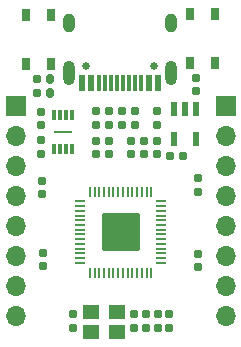
<source format=gbr>
%TF.GenerationSoftware,KiCad,Pcbnew,7.0.6-0*%
%TF.CreationDate,2023-07-21T12:15:06+07:00*%
%TF.ProjectId,RP2040Reference,52503230-3430-4526-9566-6572656e6365,rev?*%
%TF.SameCoordinates,Original*%
%TF.FileFunction,Soldermask,Top*%
%TF.FilePolarity,Negative*%
%FSLAX46Y46*%
G04 Gerber Fmt 4.6, Leading zero omitted, Abs format (unit mm)*
G04 Created by KiCad (PCBNEW 7.0.6-0) date 2023-07-21 12:15:06*
%MOMM*%
%LPD*%
G01*
G04 APERTURE LIST*
G04 Aperture macros list*
%AMRoundRect*
0 Rectangle with rounded corners*
0 $1 Rounding radius*
0 $2 $3 $4 $5 $6 $7 $8 $9 X,Y pos of 4 corners*
0 Add a 4 corners polygon primitive as box body*
4,1,4,$2,$3,$4,$5,$6,$7,$8,$9,$2,$3,0*
0 Add four circle primitives for the rounded corners*
1,1,$1+$1,$2,$3*
1,1,$1+$1,$4,$5*
1,1,$1+$1,$6,$7*
1,1,$1+$1,$8,$9*
0 Add four rect primitives between the rounded corners*
20,1,$1+$1,$2,$3,$4,$5,0*
20,1,$1+$1,$4,$5,$6,$7,0*
20,1,$1+$1,$6,$7,$8,$9,0*
20,1,$1+$1,$8,$9,$2,$3,0*%
G04 Aperture macros list end*
%ADD10R,1.700000X1.700000*%
%ADD11O,1.700000X1.700000*%
%ADD12RoundRect,0.155000X0.155000X-0.212500X0.155000X0.212500X-0.155000X0.212500X-0.155000X-0.212500X0*%
%ADD13RoundRect,0.155000X-0.155000X0.212500X-0.155000X-0.212500X0.155000X-0.212500X0.155000X0.212500X0*%
%ADD14RoundRect,0.160000X-0.160000X0.197500X-0.160000X-0.197500X0.160000X-0.197500X0.160000X0.197500X0*%
%ADD15C,0.650000*%
%ADD16R,0.600000X1.450000*%
%ADD17R,0.300000X1.450000*%
%ADD18O,1.000000X2.100000*%
%ADD19O,1.000000X1.600000*%
%ADD20RoundRect,0.155000X0.212500X0.155000X-0.212500X0.155000X-0.212500X-0.155000X0.212500X-0.155000X0*%
%ADD21RoundRect,0.050000X-0.387500X-0.050000X0.387500X-0.050000X0.387500X0.050000X-0.387500X0.050000X0*%
%ADD22RoundRect,0.050000X-0.050000X-0.387500X0.050000X-0.387500X0.050000X0.387500X-0.050000X0.387500X0*%
%ADD23RoundRect,0.144000X-1.456000X-1.456000X1.456000X-1.456000X1.456000X1.456000X-1.456000X1.456000X0*%
%ADD24R,0.650000X1.050000*%
%ADD25R,1.400000X1.200000*%
%ADD26R,0.300000X0.900000*%
%ADD27R,1.650000X0.250000*%
%ADD28R,0.600000X1.200000*%
%ADD29RoundRect,0.160000X0.160000X-0.197500X0.160000X0.197500X-0.160000X0.197500X-0.160000X-0.197500X0*%
%ADD30RoundRect,0.160000X-0.160000X0.222500X-0.160000X-0.222500X0.160000X-0.222500X0.160000X0.222500X0*%
G04 APERTURE END LIST*
D10*
%TO.C,J4*%
X109930000Y-63327500D03*
D11*
X109930000Y-65867500D03*
X109930000Y-68407500D03*
X109930000Y-70947500D03*
X109930000Y-73487500D03*
X109930000Y-76027500D03*
X109930000Y-78567500D03*
X109930000Y-81107500D03*
%TD*%
D12*
%TO.C,C13*%
X103000000Y-67435000D03*
X103000000Y-66300000D03*
%TD*%
D13*
%TO.C,C14*%
X94500000Y-75800000D03*
X94500000Y-76935000D03*
%TD*%
D14*
%TO.C,R4*%
X103210000Y-80970000D03*
X103210000Y-82165000D03*
%TD*%
%TO.C,R7*%
X101200000Y-63770000D03*
X101200000Y-64965000D03*
%TD*%
D12*
%TO.C,C11*%
X100100000Y-67435000D03*
X100100000Y-66300000D03*
%TD*%
D10*
%TO.C,J1*%
X92170000Y-63327500D03*
D11*
X92170000Y-65867500D03*
X92170000Y-68407500D03*
X92170000Y-70947500D03*
X92170000Y-73487500D03*
X92170000Y-76027500D03*
X92170000Y-78567500D03*
X92170000Y-81107500D03*
%TD*%
D12*
%TO.C,C10*%
X104100000Y-67435000D03*
X104100000Y-66300000D03*
%TD*%
D15*
%TO.C,J2*%
X103890000Y-60007500D03*
X98110000Y-60007500D03*
D16*
X104250000Y-61452500D03*
X103450000Y-61452500D03*
D17*
X102250000Y-61452500D03*
X101250000Y-61452500D03*
X100750000Y-61452500D03*
X99750000Y-61452500D03*
D16*
X98550000Y-61452500D03*
X97750000Y-61452500D03*
X97750000Y-61452500D03*
X98550000Y-61452500D03*
D17*
X99250000Y-61452500D03*
X100250000Y-61452500D03*
X101750000Y-61452500D03*
X102750000Y-61452500D03*
D16*
X103450000Y-61452500D03*
X104250000Y-61452500D03*
D18*
X105320000Y-60537500D03*
D19*
X105320000Y-56357500D03*
D18*
X96680000Y-60537500D03*
D19*
X96680000Y-56357500D03*
%TD*%
D20*
%TO.C,C5*%
X106367500Y-67567500D03*
X105232500Y-67567500D03*
%TD*%
D12*
%TO.C,C6*%
X99000000Y-67435000D03*
X99000000Y-66300000D03*
%TD*%
%TO.C,C12*%
X107600000Y-70635000D03*
X107600000Y-69500000D03*
%TD*%
D13*
%TO.C,C17*%
X94289750Y-63850000D03*
X94289750Y-64985000D03*
%TD*%
%TO.C,C9*%
X107600000Y-75900000D03*
X107600000Y-77035000D03*
%TD*%
D12*
%TO.C,C1*%
X96980000Y-82135000D03*
X96980000Y-81000000D03*
%TD*%
%TO.C,C15*%
X94350000Y-70835000D03*
X94350000Y-69700000D03*
%TD*%
D13*
%TO.C,C7*%
X105180000Y-81000000D03*
X105180000Y-82135000D03*
%TD*%
D21*
%TO.C,U3*%
X97602250Y-71442500D03*
X97602250Y-71842500D03*
X97602250Y-72242500D03*
X97602250Y-72642500D03*
X97602250Y-73042500D03*
X97602250Y-73442500D03*
X97602250Y-73842500D03*
X97602250Y-74242500D03*
X97602250Y-74642500D03*
X97602250Y-75042500D03*
X97602250Y-75442500D03*
X97602250Y-75842500D03*
X97602250Y-76242500D03*
X97602250Y-76642500D03*
D22*
X98439750Y-77480000D03*
X98839750Y-77480000D03*
X99239750Y-77480000D03*
X99639750Y-77480000D03*
X100039750Y-77480000D03*
X100439750Y-77480000D03*
X100839750Y-77480000D03*
X101239750Y-77480000D03*
X101639750Y-77480000D03*
X102039750Y-77480000D03*
X102439750Y-77480000D03*
X102839750Y-77480000D03*
X103239750Y-77480000D03*
X103639750Y-77480000D03*
D21*
X104477250Y-76642500D03*
X104477250Y-76242500D03*
X104477250Y-75842500D03*
X104477250Y-75442500D03*
X104477250Y-75042500D03*
X104477250Y-74642500D03*
X104477250Y-74242500D03*
X104477250Y-73842500D03*
X104477250Y-73442500D03*
X104477250Y-73042500D03*
X104477250Y-72642500D03*
X104477250Y-72242500D03*
X104477250Y-71842500D03*
X104477250Y-71442500D03*
D22*
X103639750Y-70605000D03*
X103239750Y-70605000D03*
X102839750Y-70605000D03*
X102439750Y-70605000D03*
X102039750Y-70605000D03*
X101639750Y-70605000D03*
X101239750Y-70605000D03*
X100839750Y-70605000D03*
X100439750Y-70605000D03*
X100039750Y-70605000D03*
X99639750Y-70605000D03*
X99239750Y-70605000D03*
X98839750Y-70605000D03*
X98439750Y-70605000D03*
D23*
X101039750Y-74042500D03*
%TD*%
D24*
%TO.C,SW2*%
X93000000Y-59817500D03*
X93000000Y-55667500D03*
X95150000Y-59817500D03*
X95150000Y-55667500D03*
%TD*%
D13*
%TO.C,C3*%
X102220000Y-81000000D03*
X102220000Y-82135000D03*
%TD*%
D25*
%TO.C,Y1*%
X98500000Y-82467500D03*
X100700000Y-82467500D03*
X100700000Y-80767500D03*
X98500000Y-80767500D03*
%TD*%
D13*
%TO.C,C16*%
X104200000Y-81000000D03*
X104200000Y-82135000D03*
%TD*%
D26*
%TO.C,IC1*%
X95439750Y-66967500D03*
X95939750Y-66967500D03*
X96439750Y-66967500D03*
X96939750Y-66967500D03*
X96939750Y-64167500D03*
X96439750Y-64167500D03*
X95939750Y-64167500D03*
X95439750Y-64167500D03*
D27*
X96189750Y-65567500D03*
%TD*%
D28*
%TO.C,IC2*%
X107450000Y-63617500D03*
X106500000Y-63617500D03*
X105550000Y-63617500D03*
X105550000Y-66117500D03*
X107450000Y-66117500D03*
%TD*%
D14*
%TO.C,R3*%
X99000000Y-63770000D03*
X99000000Y-64965000D03*
%TD*%
D12*
%TO.C,C8*%
X101900000Y-67435000D03*
X101900000Y-66300000D03*
%TD*%
D29*
%TO.C,R1*%
X94277250Y-67415000D03*
X94277250Y-66220000D03*
%TD*%
%TO.C,R9*%
X104100000Y-64965000D03*
X104100000Y-63770000D03*
%TD*%
D14*
%TO.C,R8*%
X94000000Y-62265000D03*
X94000000Y-61070000D03*
%TD*%
D24*
%TO.C,SW1*%
X106925000Y-59742500D03*
X106925000Y-55592500D03*
X109075000Y-59742500D03*
X109075000Y-55592500D03*
%TD*%
D30*
%TO.C,D3*%
X95050000Y-62240000D03*
X95050000Y-61095000D03*
%TD*%
D12*
%TO.C,C2*%
X107400000Y-62135000D03*
X107400000Y-61000000D03*
%TD*%
D14*
%TO.C,R2*%
X102300000Y-63770000D03*
X102300000Y-64965000D03*
%TD*%
%TO.C,R6*%
X100100000Y-63770000D03*
X100100000Y-64965000D03*
%TD*%
M02*

</source>
